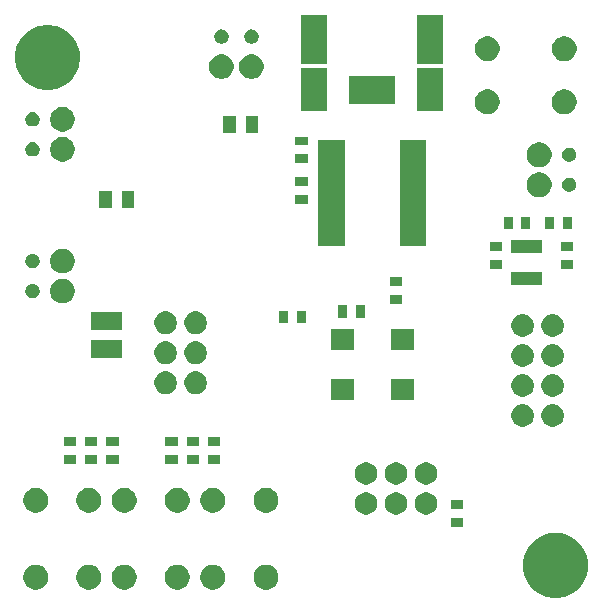
<source format=gts>
G04 #@! TF.GenerationSoftware,KiCad,Pcbnew,(6.0.0-rc1-dev-1168-gacfa13c03)*
G04 #@! TF.CreationDate,2018-12-11T23:00:25+01:00*
G04 #@! TF.ProjectId,wirbelstrombremse_regler,77697262-656c-4737-9472-6f6d6272656d,rev?*
G04 #@! TF.SameCoordinates,Original*
G04 #@! TF.FileFunction,Soldermask,Top*
G04 #@! TF.FilePolarity,Negative*
%FSLAX46Y46*%
G04 Gerber Fmt 4.6, Leading zero omitted, Abs format (unit mm)*
G04 Created by KiCad (PCBNEW (6.0.0-rc1-dev-1168-gacfa13c03)) date 11.12.2018 23:00:25*
%MOMM*%
%LPD*%
G01*
G04 APERTURE LIST*
%ADD10C,0.100000*%
G04 APERTURE END LIST*
D10*
G36*
X157036693Y-113801859D02*
X157302437Y-113854719D01*
X157803087Y-114062095D01*
X158250622Y-114361129D01*
X158253663Y-114363161D01*
X158636839Y-114746337D01*
X158636841Y-114746340D01*
X158937905Y-115196913D01*
X158937905Y-115196914D01*
X159145281Y-115697564D01*
X159251000Y-116229049D01*
X159251000Y-116770951D01*
X159239249Y-116830027D01*
X159145281Y-117302437D01*
X158937905Y-117803087D01*
X158807779Y-117997834D01*
X158636839Y-118253663D01*
X158253663Y-118636839D01*
X158253660Y-118636841D01*
X157803087Y-118937905D01*
X157302437Y-119145281D01*
X157036693Y-119198141D01*
X156770951Y-119251000D01*
X156229049Y-119251000D01*
X155963307Y-119198141D01*
X155697563Y-119145281D01*
X155196913Y-118937905D01*
X154746340Y-118636841D01*
X154746337Y-118636839D01*
X154363161Y-118253663D01*
X154192221Y-117997834D01*
X154062095Y-117803087D01*
X153854719Y-117302437D01*
X153760751Y-116830027D01*
X153749000Y-116770951D01*
X153749000Y-116229049D01*
X153854719Y-115697564D01*
X154062095Y-115196914D01*
X154062095Y-115196913D01*
X154363159Y-114746340D01*
X154363161Y-114746337D01*
X154746337Y-114363161D01*
X154749378Y-114361129D01*
X155196913Y-114062095D01*
X155697563Y-113854719D01*
X155963307Y-113801859D01*
X156229049Y-113749000D01*
X156770951Y-113749000D01*
X157036693Y-113801859D01*
X157036693Y-113801859D01*
G37*
G36*
X132306565Y-116489389D02*
X132497834Y-116568615D01*
X132669976Y-116683637D01*
X132816363Y-116830024D01*
X132931385Y-117002166D01*
X133010611Y-117193435D01*
X133051000Y-117396484D01*
X133051000Y-117603516D01*
X133010611Y-117806565D01*
X132931385Y-117997834D01*
X132816363Y-118169976D01*
X132669976Y-118316363D01*
X132497834Y-118431385D01*
X132306565Y-118510611D01*
X132103516Y-118551000D01*
X131896484Y-118551000D01*
X131693435Y-118510611D01*
X131502166Y-118431385D01*
X131330024Y-118316363D01*
X131183637Y-118169976D01*
X131068615Y-117997834D01*
X130989389Y-117806565D01*
X130949000Y-117603516D01*
X130949000Y-117396484D01*
X130989389Y-117193435D01*
X131068615Y-117002166D01*
X131183637Y-116830024D01*
X131330024Y-116683637D01*
X131502166Y-116568615D01*
X131693435Y-116489389D01*
X131896484Y-116449000D01*
X132103516Y-116449000D01*
X132306565Y-116489389D01*
X132306565Y-116489389D01*
G37*
G36*
X112806565Y-116489389D02*
X112997834Y-116568615D01*
X113169976Y-116683637D01*
X113316363Y-116830024D01*
X113431385Y-117002166D01*
X113510611Y-117193435D01*
X113551000Y-117396484D01*
X113551000Y-117603516D01*
X113510611Y-117806565D01*
X113431385Y-117997834D01*
X113316363Y-118169976D01*
X113169976Y-118316363D01*
X112997834Y-118431385D01*
X112806565Y-118510611D01*
X112603516Y-118551000D01*
X112396484Y-118551000D01*
X112193435Y-118510611D01*
X112002166Y-118431385D01*
X111830024Y-118316363D01*
X111683637Y-118169976D01*
X111568615Y-117997834D01*
X111489389Y-117806565D01*
X111449000Y-117603516D01*
X111449000Y-117396484D01*
X111489389Y-117193435D01*
X111568615Y-117002166D01*
X111683637Y-116830024D01*
X111830024Y-116683637D01*
X112002166Y-116568615D01*
X112193435Y-116489389D01*
X112396484Y-116449000D01*
X112603516Y-116449000D01*
X112806565Y-116489389D01*
X112806565Y-116489389D01*
G37*
G36*
X117306565Y-116489389D02*
X117497834Y-116568615D01*
X117669976Y-116683637D01*
X117816363Y-116830024D01*
X117931385Y-117002166D01*
X118010611Y-117193435D01*
X118051000Y-117396484D01*
X118051000Y-117603516D01*
X118010611Y-117806565D01*
X117931385Y-117997834D01*
X117816363Y-118169976D01*
X117669976Y-118316363D01*
X117497834Y-118431385D01*
X117306565Y-118510611D01*
X117103516Y-118551000D01*
X116896484Y-118551000D01*
X116693435Y-118510611D01*
X116502166Y-118431385D01*
X116330024Y-118316363D01*
X116183637Y-118169976D01*
X116068615Y-117997834D01*
X115989389Y-117806565D01*
X115949000Y-117603516D01*
X115949000Y-117396484D01*
X115989389Y-117193435D01*
X116068615Y-117002166D01*
X116183637Y-116830024D01*
X116330024Y-116683637D01*
X116502166Y-116568615D01*
X116693435Y-116489389D01*
X116896484Y-116449000D01*
X117103516Y-116449000D01*
X117306565Y-116489389D01*
X117306565Y-116489389D01*
G37*
G36*
X124806565Y-116489389D02*
X124997834Y-116568615D01*
X125169976Y-116683637D01*
X125316363Y-116830024D01*
X125431385Y-117002166D01*
X125510611Y-117193435D01*
X125551000Y-117396484D01*
X125551000Y-117603516D01*
X125510611Y-117806565D01*
X125431385Y-117997834D01*
X125316363Y-118169976D01*
X125169976Y-118316363D01*
X124997834Y-118431385D01*
X124806565Y-118510611D01*
X124603516Y-118551000D01*
X124396484Y-118551000D01*
X124193435Y-118510611D01*
X124002166Y-118431385D01*
X123830024Y-118316363D01*
X123683637Y-118169976D01*
X123568615Y-117997834D01*
X123489389Y-117806565D01*
X123449000Y-117603516D01*
X123449000Y-117396484D01*
X123489389Y-117193435D01*
X123568615Y-117002166D01*
X123683637Y-116830024D01*
X123830024Y-116683637D01*
X124002166Y-116568615D01*
X124193435Y-116489389D01*
X124396484Y-116449000D01*
X124603516Y-116449000D01*
X124806565Y-116489389D01*
X124806565Y-116489389D01*
G37*
G36*
X127806565Y-116489389D02*
X127997834Y-116568615D01*
X128169976Y-116683637D01*
X128316363Y-116830024D01*
X128431385Y-117002166D01*
X128510611Y-117193435D01*
X128551000Y-117396484D01*
X128551000Y-117603516D01*
X128510611Y-117806565D01*
X128431385Y-117997834D01*
X128316363Y-118169976D01*
X128169976Y-118316363D01*
X127997834Y-118431385D01*
X127806565Y-118510611D01*
X127603516Y-118551000D01*
X127396484Y-118551000D01*
X127193435Y-118510611D01*
X127002166Y-118431385D01*
X126830024Y-118316363D01*
X126683637Y-118169976D01*
X126568615Y-117997834D01*
X126489389Y-117806565D01*
X126449000Y-117603516D01*
X126449000Y-117396484D01*
X126489389Y-117193435D01*
X126568615Y-117002166D01*
X126683637Y-116830024D01*
X126830024Y-116683637D01*
X127002166Y-116568615D01*
X127193435Y-116489389D01*
X127396484Y-116449000D01*
X127603516Y-116449000D01*
X127806565Y-116489389D01*
X127806565Y-116489389D01*
G37*
G36*
X120306565Y-116489389D02*
X120497834Y-116568615D01*
X120669976Y-116683637D01*
X120816363Y-116830024D01*
X120931385Y-117002166D01*
X121010611Y-117193435D01*
X121051000Y-117396484D01*
X121051000Y-117603516D01*
X121010611Y-117806565D01*
X120931385Y-117997834D01*
X120816363Y-118169976D01*
X120669976Y-118316363D01*
X120497834Y-118431385D01*
X120306565Y-118510611D01*
X120103516Y-118551000D01*
X119896484Y-118551000D01*
X119693435Y-118510611D01*
X119502166Y-118431385D01*
X119330024Y-118316363D01*
X119183637Y-118169976D01*
X119068615Y-117997834D01*
X118989389Y-117806565D01*
X118949000Y-117603516D01*
X118949000Y-117396484D01*
X118989389Y-117193435D01*
X119068615Y-117002166D01*
X119183637Y-116830024D01*
X119330024Y-116683637D01*
X119502166Y-116568615D01*
X119693435Y-116489389D01*
X119896484Y-116449000D01*
X120103516Y-116449000D01*
X120306565Y-116489389D01*
X120306565Y-116489389D01*
G37*
G36*
X148726200Y-113226200D02*
X147673800Y-113226200D01*
X147673800Y-112473800D01*
X148726200Y-112473800D01*
X148726200Y-113226200D01*
X148726200Y-113226200D01*
G37*
G36*
X140737396Y-110355546D02*
X140910466Y-110427234D01*
X141066230Y-110531312D01*
X141198688Y-110663770D01*
X141302766Y-110819534D01*
X141374454Y-110992604D01*
X141411000Y-111176333D01*
X141411000Y-111363667D01*
X141374454Y-111547396D01*
X141302766Y-111720466D01*
X141198688Y-111876230D01*
X141066230Y-112008688D01*
X140910466Y-112112766D01*
X140737396Y-112184454D01*
X140553667Y-112221000D01*
X140366333Y-112221000D01*
X140182604Y-112184454D01*
X140009534Y-112112766D01*
X139853770Y-112008688D01*
X139721312Y-111876230D01*
X139617234Y-111720466D01*
X139545546Y-111547396D01*
X139509000Y-111363667D01*
X139509000Y-111176333D01*
X139545546Y-110992604D01*
X139617234Y-110819534D01*
X139721312Y-110663770D01*
X139853770Y-110531312D01*
X140009534Y-110427234D01*
X140182604Y-110355546D01*
X140366333Y-110319000D01*
X140553667Y-110319000D01*
X140737396Y-110355546D01*
X140737396Y-110355546D01*
G37*
G36*
X143277396Y-110355546D02*
X143450466Y-110427234D01*
X143606230Y-110531312D01*
X143738688Y-110663770D01*
X143842766Y-110819534D01*
X143914454Y-110992604D01*
X143951000Y-111176333D01*
X143951000Y-111363667D01*
X143914454Y-111547396D01*
X143842766Y-111720466D01*
X143738688Y-111876230D01*
X143606230Y-112008688D01*
X143450466Y-112112766D01*
X143277396Y-112184454D01*
X143093667Y-112221000D01*
X142906333Y-112221000D01*
X142722604Y-112184454D01*
X142549534Y-112112766D01*
X142393770Y-112008688D01*
X142261312Y-111876230D01*
X142157234Y-111720466D01*
X142085546Y-111547396D01*
X142049000Y-111363667D01*
X142049000Y-111176333D01*
X142085546Y-110992604D01*
X142157234Y-110819534D01*
X142261312Y-110663770D01*
X142393770Y-110531312D01*
X142549534Y-110427234D01*
X142722604Y-110355546D01*
X142906333Y-110319000D01*
X143093667Y-110319000D01*
X143277396Y-110355546D01*
X143277396Y-110355546D01*
G37*
G36*
X145817396Y-110355546D02*
X145990466Y-110427234D01*
X146146230Y-110531312D01*
X146278688Y-110663770D01*
X146382766Y-110819534D01*
X146454454Y-110992604D01*
X146491000Y-111176333D01*
X146491000Y-111363667D01*
X146454454Y-111547396D01*
X146382766Y-111720466D01*
X146278688Y-111876230D01*
X146146230Y-112008688D01*
X145990466Y-112112766D01*
X145817396Y-112184454D01*
X145633667Y-112221000D01*
X145446333Y-112221000D01*
X145262604Y-112184454D01*
X145089534Y-112112766D01*
X144933770Y-112008688D01*
X144801312Y-111876230D01*
X144697234Y-111720466D01*
X144625546Y-111547396D01*
X144589000Y-111363667D01*
X144589000Y-111176333D01*
X144625546Y-110992604D01*
X144697234Y-110819534D01*
X144801312Y-110663770D01*
X144933770Y-110531312D01*
X145089534Y-110427234D01*
X145262604Y-110355546D01*
X145446333Y-110319000D01*
X145633667Y-110319000D01*
X145817396Y-110355546D01*
X145817396Y-110355546D01*
G37*
G36*
X132306565Y-109989389D02*
X132497834Y-110068615D01*
X132669976Y-110183637D01*
X132816363Y-110330024D01*
X132931385Y-110502166D01*
X133010611Y-110693435D01*
X133051000Y-110896484D01*
X133051000Y-111103516D01*
X133010611Y-111306565D01*
X132931385Y-111497834D01*
X132816363Y-111669976D01*
X132669976Y-111816363D01*
X132497834Y-111931385D01*
X132306565Y-112010611D01*
X132103516Y-112051000D01*
X131896484Y-112051000D01*
X131693435Y-112010611D01*
X131502166Y-111931385D01*
X131330024Y-111816363D01*
X131183637Y-111669976D01*
X131068615Y-111497834D01*
X130989389Y-111306565D01*
X130949000Y-111103516D01*
X130949000Y-110896484D01*
X130989389Y-110693435D01*
X131068615Y-110502166D01*
X131183637Y-110330024D01*
X131330024Y-110183637D01*
X131502166Y-110068615D01*
X131693435Y-109989389D01*
X131896484Y-109949000D01*
X132103516Y-109949000D01*
X132306565Y-109989389D01*
X132306565Y-109989389D01*
G37*
G36*
X127806565Y-109989389D02*
X127997834Y-110068615D01*
X128169976Y-110183637D01*
X128316363Y-110330024D01*
X128431385Y-110502166D01*
X128510611Y-110693435D01*
X128551000Y-110896484D01*
X128551000Y-111103516D01*
X128510611Y-111306565D01*
X128431385Y-111497834D01*
X128316363Y-111669976D01*
X128169976Y-111816363D01*
X127997834Y-111931385D01*
X127806565Y-112010611D01*
X127603516Y-112051000D01*
X127396484Y-112051000D01*
X127193435Y-112010611D01*
X127002166Y-111931385D01*
X126830024Y-111816363D01*
X126683637Y-111669976D01*
X126568615Y-111497834D01*
X126489389Y-111306565D01*
X126449000Y-111103516D01*
X126449000Y-110896484D01*
X126489389Y-110693435D01*
X126568615Y-110502166D01*
X126683637Y-110330024D01*
X126830024Y-110183637D01*
X127002166Y-110068615D01*
X127193435Y-109989389D01*
X127396484Y-109949000D01*
X127603516Y-109949000D01*
X127806565Y-109989389D01*
X127806565Y-109989389D01*
G37*
G36*
X124806565Y-109989389D02*
X124997834Y-110068615D01*
X125169976Y-110183637D01*
X125316363Y-110330024D01*
X125431385Y-110502166D01*
X125510611Y-110693435D01*
X125551000Y-110896484D01*
X125551000Y-111103516D01*
X125510611Y-111306565D01*
X125431385Y-111497834D01*
X125316363Y-111669976D01*
X125169976Y-111816363D01*
X124997834Y-111931385D01*
X124806565Y-112010611D01*
X124603516Y-112051000D01*
X124396484Y-112051000D01*
X124193435Y-112010611D01*
X124002166Y-111931385D01*
X123830024Y-111816363D01*
X123683637Y-111669976D01*
X123568615Y-111497834D01*
X123489389Y-111306565D01*
X123449000Y-111103516D01*
X123449000Y-110896484D01*
X123489389Y-110693435D01*
X123568615Y-110502166D01*
X123683637Y-110330024D01*
X123830024Y-110183637D01*
X124002166Y-110068615D01*
X124193435Y-109989389D01*
X124396484Y-109949000D01*
X124603516Y-109949000D01*
X124806565Y-109989389D01*
X124806565Y-109989389D01*
G37*
G36*
X120306565Y-109989389D02*
X120497834Y-110068615D01*
X120669976Y-110183637D01*
X120816363Y-110330024D01*
X120931385Y-110502166D01*
X121010611Y-110693435D01*
X121051000Y-110896484D01*
X121051000Y-111103516D01*
X121010611Y-111306565D01*
X120931385Y-111497834D01*
X120816363Y-111669976D01*
X120669976Y-111816363D01*
X120497834Y-111931385D01*
X120306565Y-112010611D01*
X120103516Y-112051000D01*
X119896484Y-112051000D01*
X119693435Y-112010611D01*
X119502166Y-111931385D01*
X119330024Y-111816363D01*
X119183637Y-111669976D01*
X119068615Y-111497834D01*
X118989389Y-111306565D01*
X118949000Y-111103516D01*
X118949000Y-110896484D01*
X118989389Y-110693435D01*
X119068615Y-110502166D01*
X119183637Y-110330024D01*
X119330024Y-110183637D01*
X119502166Y-110068615D01*
X119693435Y-109989389D01*
X119896484Y-109949000D01*
X120103516Y-109949000D01*
X120306565Y-109989389D01*
X120306565Y-109989389D01*
G37*
G36*
X112806565Y-109989389D02*
X112997834Y-110068615D01*
X113169976Y-110183637D01*
X113316363Y-110330024D01*
X113431385Y-110502166D01*
X113510611Y-110693435D01*
X113551000Y-110896484D01*
X113551000Y-111103516D01*
X113510611Y-111306565D01*
X113431385Y-111497834D01*
X113316363Y-111669976D01*
X113169976Y-111816363D01*
X112997834Y-111931385D01*
X112806565Y-112010611D01*
X112603516Y-112051000D01*
X112396484Y-112051000D01*
X112193435Y-112010611D01*
X112002166Y-111931385D01*
X111830024Y-111816363D01*
X111683637Y-111669976D01*
X111568615Y-111497834D01*
X111489389Y-111306565D01*
X111449000Y-111103516D01*
X111449000Y-110896484D01*
X111489389Y-110693435D01*
X111568615Y-110502166D01*
X111683637Y-110330024D01*
X111830024Y-110183637D01*
X112002166Y-110068615D01*
X112193435Y-109989389D01*
X112396484Y-109949000D01*
X112603516Y-109949000D01*
X112806565Y-109989389D01*
X112806565Y-109989389D01*
G37*
G36*
X117306565Y-109989389D02*
X117497834Y-110068615D01*
X117669976Y-110183637D01*
X117816363Y-110330024D01*
X117931385Y-110502166D01*
X118010611Y-110693435D01*
X118051000Y-110896484D01*
X118051000Y-111103516D01*
X118010611Y-111306565D01*
X117931385Y-111497834D01*
X117816363Y-111669976D01*
X117669976Y-111816363D01*
X117497834Y-111931385D01*
X117306565Y-112010611D01*
X117103516Y-112051000D01*
X116896484Y-112051000D01*
X116693435Y-112010611D01*
X116502166Y-111931385D01*
X116330024Y-111816363D01*
X116183637Y-111669976D01*
X116068615Y-111497834D01*
X115989389Y-111306565D01*
X115949000Y-111103516D01*
X115949000Y-110896484D01*
X115989389Y-110693435D01*
X116068615Y-110502166D01*
X116183637Y-110330024D01*
X116330024Y-110183637D01*
X116502166Y-110068615D01*
X116693435Y-109989389D01*
X116896484Y-109949000D01*
X117103516Y-109949000D01*
X117306565Y-109989389D01*
X117306565Y-109989389D01*
G37*
G36*
X148726200Y-111726200D02*
X147673800Y-111726200D01*
X147673800Y-110973800D01*
X148726200Y-110973800D01*
X148726200Y-111726200D01*
X148726200Y-111726200D01*
G37*
G36*
X145817396Y-107815546D02*
X145990466Y-107887234D01*
X146146230Y-107991312D01*
X146278688Y-108123770D01*
X146382766Y-108279534D01*
X146454454Y-108452604D01*
X146491000Y-108636333D01*
X146491000Y-108823667D01*
X146454454Y-109007396D01*
X146382766Y-109180466D01*
X146278688Y-109336230D01*
X146146230Y-109468688D01*
X145990466Y-109572766D01*
X145817396Y-109644454D01*
X145633667Y-109681000D01*
X145446333Y-109681000D01*
X145262604Y-109644454D01*
X145089534Y-109572766D01*
X144933770Y-109468688D01*
X144801312Y-109336230D01*
X144697234Y-109180466D01*
X144625546Y-109007396D01*
X144589000Y-108823667D01*
X144589000Y-108636333D01*
X144625546Y-108452604D01*
X144697234Y-108279534D01*
X144801312Y-108123770D01*
X144933770Y-107991312D01*
X145089534Y-107887234D01*
X145262604Y-107815546D01*
X145446333Y-107779000D01*
X145633667Y-107779000D01*
X145817396Y-107815546D01*
X145817396Y-107815546D01*
G37*
G36*
X143277396Y-107815546D02*
X143450466Y-107887234D01*
X143606230Y-107991312D01*
X143738688Y-108123770D01*
X143842766Y-108279534D01*
X143914454Y-108452604D01*
X143951000Y-108636333D01*
X143951000Y-108823667D01*
X143914454Y-109007396D01*
X143842766Y-109180466D01*
X143738688Y-109336230D01*
X143606230Y-109468688D01*
X143450466Y-109572766D01*
X143277396Y-109644454D01*
X143093667Y-109681000D01*
X142906333Y-109681000D01*
X142722604Y-109644454D01*
X142549534Y-109572766D01*
X142393770Y-109468688D01*
X142261312Y-109336230D01*
X142157234Y-109180466D01*
X142085546Y-109007396D01*
X142049000Y-108823667D01*
X142049000Y-108636333D01*
X142085546Y-108452604D01*
X142157234Y-108279534D01*
X142261312Y-108123770D01*
X142393770Y-107991312D01*
X142549534Y-107887234D01*
X142722604Y-107815546D01*
X142906333Y-107779000D01*
X143093667Y-107779000D01*
X143277396Y-107815546D01*
X143277396Y-107815546D01*
G37*
G36*
X140737396Y-107815546D02*
X140910466Y-107887234D01*
X141066230Y-107991312D01*
X141198688Y-108123770D01*
X141302766Y-108279534D01*
X141374454Y-108452604D01*
X141411000Y-108636333D01*
X141411000Y-108823667D01*
X141374454Y-109007396D01*
X141302766Y-109180466D01*
X141198688Y-109336230D01*
X141066230Y-109468688D01*
X140910466Y-109572766D01*
X140737396Y-109644454D01*
X140553667Y-109681000D01*
X140366333Y-109681000D01*
X140182604Y-109644454D01*
X140009534Y-109572766D01*
X139853770Y-109468688D01*
X139721312Y-109336230D01*
X139617234Y-109180466D01*
X139545546Y-109007396D01*
X139509000Y-108823667D01*
X139509000Y-108636333D01*
X139545546Y-108452604D01*
X139617234Y-108279534D01*
X139721312Y-108123770D01*
X139853770Y-107991312D01*
X140009534Y-107887234D01*
X140182604Y-107815546D01*
X140366333Y-107779000D01*
X140553667Y-107779000D01*
X140737396Y-107815546D01*
X140737396Y-107815546D01*
G37*
G36*
X126326200Y-107926200D02*
X125273800Y-107926200D01*
X125273800Y-107173800D01*
X126326200Y-107173800D01*
X126326200Y-107926200D01*
X126326200Y-107926200D01*
G37*
G36*
X128126200Y-107926200D02*
X127073800Y-107926200D01*
X127073800Y-107173800D01*
X128126200Y-107173800D01*
X128126200Y-107926200D01*
X128126200Y-107926200D01*
G37*
G36*
X115926200Y-107926200D02*
X114873800Y-107926200D01*
X114873800Y-107173800D01*
X115926200Y-107173800D01*
X115926200Y-107926200D01*
X115926200Y-107926200D01*
G37*
G36*
X124526200Y-107926200D02*
X123473800Y-107926200D01*
X123473800Y-107173800D01*
X124526200Y-107173800D01*
X124526200Y-107926200D01*
X124526200Y-107926200D01*
G37*
G36*
X119526200Y-107926200D02*
X118473800Y-107926200D01*
X118473800Y-107173800D01*
X119526200Y-107173800D01*
X119526200Y-107926200D01*
X119526200Y-107926200D01*
G37*
G36*
X117726200Y-107926200D02*
X116673800Y-107926200D01*
X116673800Y-107173800D01*
X117726200Y-107173800D01*
X117726200Y-107926200D01*
X117726200Y-107926200D01*
G37*
G36*
X128126200Y-106426200D02*
X127073800Y-106426200D01*
X127073800Y-105673800D01*
X128126200Y-105673800D01*
X128126200Y-106426200D01*
X128126200Y-106426200D01*
G37*
G36*
X124526200Y-106426200D02*
X123473800Y-106426200D01*
X123473800Y-105673800D01*
X124526200Y-105673800D01*
X124526200Y-106426200D01*
X124526200Y-106426200D01*
G37*
G36*
X117726200Y-106426200D02*
X116673800Y-106426200D01*
X116673800Y-105673800D01*
X117726200Y-105673800D01*
X117726200Y-106426200D01*
X117726200Y-106426200D01*
G37*
G36*
X126326200Y-106426200D02*
X125273800Y-106426200D01*
X125273800Y-105673800D01*
X126326200Y-105673800D01*
X126326200Y-106426200D01*
X126326200Y-106426200D01*
G37*
G36*
X119526200Y-106426200D02*
X118473800Y-106426200D01*
X118473800Y-105673800D01*
X119526200Y-105673800D01*
X119526200Y-106426200D01*
X119526200Y-106426200D01*
G37*
G36*
X115926200Y-106426200D02*
X114873800Y-106426200D01*
X114873800Y-105673800D01*
X115926200Y-105673800D01*
X115926200Y-106426200D01*
X115926200Y-106426200D01*
G37*
G36*
X154007396Y-102895546D02*
X154180466Y-102967234D01*
X154336230Y-103071312D01*
X154468688Y-103203770D01*
X154572766Y-103359534D01*
X154644454Y-103532604D01*
X154681000Y-103716333D01*
X154681000Y-103903667D01*
X154644454Y-104087396D01*
X154572766Y-104260466D01*
X154468688Y-104416230D01*
X154336230Y-104548688D01*
X154180466Y-104652766D01*
X154007396Y-104724454D01*
X153823667Y-104761000D01*
X153636333Y-104761000D01*
X153452604Y-104724454D01*
X153279534Y-104652766D01*
X153123770Y-104548688D01*
X152991312Y-104416230D01*
X152887234Y-104260466D01*
X152815546Y-104087396D01*
X152779000Y-103903667D01*
X152779000Y-103716333D01*
X152815546Y-103532604D01*
X152887234Y-103359534D01*
X152991312Y-103203770D01*
X153123770Y-103071312D01*
X153279534Y-102967234D01*
X153452604Y-102895546D01*
X153636333Y-102859000D01*
X153823667Y-102859000D01*
X154007396Y-102895546D01*
X154007396Y-102895546D01*
G37*
G36*
X156547396Y-102895546D02*
X156720466Y-102967234D01*
X156876230Y-103071312D01*
X157008688Y-103203770D01*
X157112766Y-103359534D01*
X157184454Y-103532604D01*
X157221000Y-103716333D01*
X157221000Y-103903667D01*
X157184454Y-104087396D01*
X157112766Y-104260466D01*
X157008688Y-104416230D01*
X156876230Y-104548688D01*
X156720466Y-104652766D01*
X156547396Y-104724454D01*
X156363667Y-104761000D01*
X156176333Y-104761000D01*
X155992604Y-104724454D01*
X155819534Y-104652766D01*
X155663770Y-104548688D01*
X155531312Y-104416230D01*
X155427234Y-104260466D01*
X155355546Y-104087396D01*
X155319000Y-103903667D01*
X155319000Y-103716333D01*
X155355546Y-103532604D01*
X155427234Y-103359534D01*
X155531312Y-103203770D01*
X155663770Y-103071312D01*
X155819534Y-102967234D01*
X155992604Y-102895546D01*
X156176333Y-102859000D01*
X156363667Y-102859000D01*
X156547396Y-102895546D01*
X156547396Y-102895546D01*
G37*
G36*
X139436200Y-102476200D02*
X137483800Y-102476200D01*
X137483800Y-100723800D01*
X139436200Y-100723800D01*
X139436200Y-102476200D01*
X139436200Y-102476200D01*
G37*
G36*
X144516200Y-102476200D02*
X142563800Y-102476200D01*
X142563800Y-100723800D01*
X144516200Y-100723800D01*
X144516200Y-102476200D01*
X144516200Y-102476200D01*
G37*
G36*
X156547396Y-100355546D02*
X156720466Y-100427234D01*
X156876230Y-100531312D01*
X157008688Y-100663770D01*
X157112766Y-100819534D01*
X157184454Y-100992604D01*
X157221000Y-101176333D01*
X157221000Y-101363667D01*
X157184454Y-101547396D01*
X157112766Y-101720466D01*
X157008688Y-101876230D01*
X156876230Y-102008688D01*
X156720466Y-102112766D01*
X156547396Y-102184454D01*
X156363667Y-102221000D01*
X156176333Y-102221000D01*
X155992604Y-102184454D01*
X155819534Y-102112766D01*
X155663770Y-102008688D01*
X155531312Y-101876230D01*
X155427234Y-101720466D01*
X155355546Y-101547396D01*
X155319000Y-101363667D01*
X155319000Y-101176333D01*
X155355546Y-100992604D01*
X155427234Y-100819534D01*
X155531312Y-100663770D01*
X155663770Y-100531312D01*
X155819534Y-100427234D01*
X155992604Y-100355546D01*
X156176333Y-100319000D01*
X156363667Y-100319000D01*
X156547396Y-100355546D01*
X156547396Y-100355546D01*
G37*
G36*
X154007396Y-100355546D02*
X154180466Y-100427234D01*
X154336230Y-100531312D01*
X154468688Y-100663770D01*
X154572766Y-100819534D01*
X154644454Y-100992604D01*
X154681000Y-101176333D01*
X154681000Y-101363667D01*
X154644454Y-101547396D01*
X154572766Y-101720466D01*
X154468688Y-101876230D01*
X154336230Y-102008688D01*
X154180466Y-102112766D01*
X154007396Y-102184454D01*
X153823667Y-102221000D01*
X153636333Y-102221000D01*
X153452604Y-102184454D01*
X153279534Y-102112766D01*
X153123770Y-102008688D01*
X152991312Y-101876230D01*
X152887234Y-101720466D01*
X152815546Y-101547396D01*
X152779000Y-101363667D01*
X152779000Y-101176333D01*
X152815546Y-100992604D01*
X152887234Y-100819534D01*
X152991312Y-100663770D01*
X153123770Y-100531312D01*
X153279534Y-100427234D01*
X153452604Y-100355546D01*
X153636333Y-100319000D01*
X153823667Y-100319000D01*
X154007396Y-100355546D01*
X154007396Y-100355546D01*
G37*
G36*
X123777396Y-100125546D02*
X123950466Y-100197234D01*
X124106230Y-100301312D01*
X124238688Y-100433770D01*
X124342766Y-100589534D01*
X124414454Y-100762604D01*
X124451000Y-100946333D01*
X124451000Y-101133667D01*
X124414454Y-101317396D01*
X124342766Y-101490466D01*
X124238688Y-101646230D01*
X124106230Y-101778688D01*
X123950466Y-101882766D01*
X123777396Y-101954454D01*
X123593667Y-101991000D01*
X123406333Y-101991000D01*
X123222604Y-101954454D01*
X123049534Y-101882766D01*
X122893770Y-101778688D01*
X122761312Y-101646230D01*
X122657234Y-101490466D01*
X122585546Y-101317396D01*
X122549000Y-101133667D01*
X122549000Y-100946333D01*
X122585546Y-100762604D01*
X122657234Y-100589534D01*
X122761312Y-100433770D01*
X122893770Y-100301312D01*
X123049534Y-100197234D01*
X123222604Y-100125546D01*
X123406333Y-100089000D01*
X123593667Y-100089000D01*
X123777396Y-100125546D01*
X123777396Y-100125546D01*
G37*
G36*
X126317396Y-100125546D02*
X126490466Y-100197234D01*
X126646230Y-100301312D01*
X126778688Y-100433770D01*
X126882766Y-100589534D01*
X126954454Y-100762604D01*
X126991000Y-100946333D01*
X126991000Y-101133667D01*
X126954454Y-101317396D01*
X126882766Y-101490466D01*
X126778688Y-101646230D01*
X126646230Y-101778688D01*
X126490466Y-101882766D01*
X126317396Y-101954454D01*
X126133667Y-101991000D01*
X125946333Y-101991000D01*
X125762604Y-101954454D01*
X125589534Y-101882766D01*
X125433770Y-101778688D01*
X125301312Y-101646230D01*
X125197234Y-101490466D01*
X125125546Y-101317396D01*
X125089000Y-101133667D01*
X125089000Y-100946333D01*
X125125546Y-100762604D01*
X125197234Y-100589534D01*
X125301312Y-100433770D01*
X125433770Y-100301312D01*
X125589534Y-100197234D01*
X125762604Y-100125546D01*
X125946333Y-100089000D01*
X126133667Y-100089000D01*
X126317396Y-100125546D01*
X126317396Y-100125546D01*
G37*
G36*
X154007396Y-97815546D02*
X154180466Y-97887234D01*
X154336230Y-97991312D01*
X154468688Y-98123770D01*
X154572766Y-98279534D01*
X154644454Y-98452604D01*
X154681000Y-98636333D01*
X154681000Y-98823667D01*
X154644454Y-99007396D01*
X154572766Y-99180466D01*
X154468688Y-99336230D01*
X154336230Y-99468688D01*
X154180466Y-99572766D01*
X154007396Y-99644454D01*
X153823667Y-99681000D01*
X153636333Y-99681000D01*
X153452604Y-99644454D01*
X153279534Y-99572766D01*
X153123770Y-99468688D01*
X152991312Y-99336230D01*
X152887234Y-99180466D01*
X152815546Y-99007396D01*
X152779000Y-98823667D01*
X152779000Y-98636333D01*
X152815546Y-98452604D01*
X152887234Y-98279534D01*
X152991312Y-98123770D01*
X153123770Y-97991312D01*
X153279534Y-97887234D01*
X153452604Y-97815546D01*
X153636333Y-97779000D01*
X153823667Y-97779000D01*
X154007396Y-97815546D01*
X154007396Y-97815546D01*
G37*
G36*
X156547396Y-97815546D02*
X156720466Y-97887234D01*
X156876230Y-97991312D01*
X157008688Y-98123770D01*
X157112766Y-98279534D01*
X157184454Y-98452604D01*
X157221000Y-98636333D01*
X157221000Y-98823667D01*
X157184454Y-99007396D01*
X157112766Y-99180466D01*
X157008688Y-99336230D01*
X156876230Y-99468688D01*
X156720466Y-99572766D01*
X156547396Y-99644454D01*
X156363667Y-99681000D01*
X156176333Y-99681000D01*
X155992604Y-99644454D01*
X155819534Y-99572766D01*
X155663770Y-99468688D01*
X155531312Y-99336230D01*
X155427234Y-99180466D01*
X155355546Y-99007396D01*
X155319000Y-98823667D01*
X155319000Y-98636333D01*
X155355546Y-98452604D01*
X155427234Y-98279534D01*
X155531312Y-98123770D01*
X155663770Y-97991312D01*
X155819534Y-97887234D01*
X155992604Y-97815546D01*
X156176333Y-97779000D01*
X156363667Y-97779000D01*
X156547396Y-97815546D01*
X156547396Y-97815546D01*
G37*
G36*
X123777396Y-97585546D02*
X123950466Y-97657234D01*
X124106230Y-97761312D01*
X124238688Y-97893770D01*
X124342766Y-98049534D01*
X124414454Y-98222604D01*
X124451000Y-98406333D01*
X124451000Y-98593667D01*
X124414454Y-98777396D01*
X124342766Y-98950466D01*
X124238688Y-99106230D01*
X124106230Y-99238688D01*
X123950466Y-99342766D01*
X123777396Y-99414454D01*
X123593667Y-99451000D01*
X123406333Y-99451000D01*
X123222604Y-99414454D01*
X123049534Y-99342766D01*
X122893770Y-99238688D01*
X122761312Y-99106230D01*
X122657234Y-98950466D01*
X122585546Y-98777396D01*
X122549000Y-98593667D01*
X122549000Y-98406333D01*
X122585546Y-98222604D01*
X122657234Y-98049534D01*
X122761312Y-97893770D01*
X122893770Y-97761312D01*
X123049534Y-97657234D01*
X123222604Y-97585546D01*
X123406333Y-97549000D01*
X123593667Y-97549000D01*
X123777396Y-97585546D01*
X123777396Y-97585546D01*
G37*
G36*
X126317396Y-97585546D02*
X126490466Y-97657234D01*
X126646230Y-97761312D01*
X126778688Y-97893770D01*
X126882766Y-98049534D01*
X126954454Y-98222604D01*
X126991000Y-98406333D01*
X126991000Y-98593667D01*
X126954454Y-98777396D01*
X126882766Y-98950466D01*
X126778688Y-99106230D01*
X126646230Y-99238688D01*
X126490466Y-99342766D01*
X126317396Y-99414454D01*
X126133667Y-99451000D01*
X125946333Y-99451000D01*
X125762604Y-99414454D01*
X125589534Y-99342766D01*
X125433770Y-99238688D01*
X125301312Y-99106230D01*
X125197234Y-98950466D01*
X125125546Y-98777396D01*
X125089000Y-98593667D01*
X125089000Y-98406333D01*
X125125546Y-98222604D01*
X125197234Y-98049534D01*
X125301312Y-97893770D01*
X125433770Y-97761312D01*
X125589534Y-97657234D01*
X125762604Y-97585546D01*
X125946333Y-97549000D01*
X126133667Y-97549000D01*
X126317396Y-97585546D01*
X126317396Y-97585546D01*
G37*
G36*
X119826200Y-98976200D02*
X117173800Y-98976200D01*
X117173800Y-97423800D01*
X119826200Y-97423800D01*
X119826200Y-98976200D01*
X119826200Y-98976200D01*
G37*
G36*
X144516200Y-98276200D02*
X142563800Y-98276200D01*
X142563800Y-96523800D01*
X144516200Y-96523800D01*
X144516200Y-98276200D01*
X144516200Y-98276200D01*
G37*
G36*
X139436200Y-98276200D02*
X137483800Y-98276200D01*
X137483800Y-96523800D01*
X139436200Y-96523800D01*
X139436200Y-98276200D01*
X139436200Y-98276200D01*
G37*
G36*
X154007396Y-95275546D02*
X154180466Y-95347234D01*
X154336230Y-95451312D01*
X154468688Y-95583770D01*
X154572766Y-95739534D01*
X154644454Y-95912604D01*
X154681000Y-96096333D01*
X154681000Y-96283667D01*
X154644454Y-96467396D01*
X154572766Y-96640466D01*
X154468688Y-96796230D01*
X154336230Y-96928688D01*
X154180466Y-97032766D01*
X154007396Y-97104454D01*
X153823667Y-97141000D01*
X153636333Y-97141000D01*
X153452604Y-97104454D01*
X153279534Y-97032766D01*
X153123770Y-96928688D01*
X152991312Y-96796230D01*
X152887234Y-96640466D01*
X152815546Y-96467396D01*
X152779000Y-96283667D01*
X152779000Y-96096333D01*
X152815546Y-95912604D01*
X152887234Y-95739534D01*
X152991312Y-95583770D01*
X153123770Y-95451312D01*
X153279534Y-95347234D01*
X153452604Y-95275546D01*
X153636333Y-95239000D01*
X153823667Y-95239000D01*
X154007396Y-95275546D01*
X154007396Y-95275546D01*
G37*
G36*
X156547396Y-95275546D02*
X156720466Y-95347234D01*
X156876230Y-95451312D01*
X157008688Y-95583770D01*
X157112766Y-95739534D01*
X157184454Y-95912604D01*
X157221000Y-96096333D01*
X157221000Y-96283667D01*
X157184454Y-96467396D01*
X157112766Y-96640466D01*
X157008688Y-96796230D01*
X156876230Y-96928688D01*
X156720466Y-97032766D01*
X156547396Y-97104454D01*
X156363667Y-97141000D01*
X156176333Y-97141000D01*
X155992604Y-97104454D01*
X155819534Y-97032766D01*
X155663770Y-96928688D01*
X155531312Y-96796230D01*
X155427234Y-96640466D01*
X155355546Y-96467396D01*
X155319000Y-96283667D01*
X155319000Y-96096333D01*
X155355546Y-95912604D01*
X155427234Y-95739534D01*
X155531312Y-95583770D01*
X155663770Y-95451312D01*
X155819534Y-95347234D01*
X155992604Y-95275546D01*
X156176333Y-95239000D01*
X156363667Y-95239000D01*
X156547396Y-95275546D01*
X156547396Y-95275546D01*
G37*
G36*
X126317396Y-95045546D02*
X126490466Y-95117234D01*
X126646230Y-95221312D01*
X126778688Y-95353770D01*
X126882766Y-95509534D01*
X126954454Y-95682604D01*
X126991000Y-95866333D01*
X126991000Y-96053667D01*
X126954454Y-96237396D01*
X126882766Y-96410466D01*
X126778688Y-96566230D01*
X126646230Y-96698688D01*
X126490466Y-96802766D01*
X126317396Y-96874454D01*
X126133667Y-96911000D01*
X125946333Y-96911000D01*
X125762604Y-96874454D01*
X125589534Y-96802766D01*
X125433770Y-96698688D01*
X125301312Y-96566230D01*
X125197234Y-96410466D01*
X125125546Y-96237396D01*
X125089000Y-96053667D01*
X125089000Y-95866333D01*
X125125546Y-95682604D01*
X125197234Y-95509534D01*
X125301312Y-95353770D01*
X125433770Y-95221312D01*
X125589534Y-95117234D01*
X125762604Y-95045546D01*
X125946333Y-95009000D01*
X126133667Y-95009000D01*
X126317396Y-95045546D01*
X126317396Y-95045546D01*
G37*
G36*
X123777396Y-95045546D02*
X123950466Y-95117234D01*
X124106230Y-95221312D01*
X124238688Y-95353770D01*
X124342766Y-95509534D01*
X124414454Y-95682604D01*
X124451000Y-95866333D01*
X124451000Y-96053667D01*
X124414454Y-96237396D01*
X124342766Y-96410466D01*
X124238688Y-96566230D01*
X124106230Y-96698688D01*
X123950466Y-96802766D01*
X123777396Y-96874454D01*
X123593667Y-96911000D01*
X123406333Y-96911000D01*
X123222604Y-96874454D01*
X123049534Y-96802766D01*
X122893770Y-96698688D01*
X122761312Y-96566230D01*
X122657234Y-96410466D01*
X122585546Y-96237396D01*
X122549000Y-96053667D01*
X122549000Y-95866333D01*
X122585546Y-95682604D01*
X122657234Y-95509534D01*
X122761312Y-95353770D01*
X122893770Y-95221312D01*
X123049534Y-95117234D01*
X123222604Y-95045546D01*
X123406333Y-95009000D01*
X123593667Y-95009000D01*
X123777396Y-95045546D01*
X123777396Y-95045546D01*
G37*
G36*
X119826200Y-96576200D02*
X117173800Y-96576200D01*
X117173800Y-95023800D01*
X119826200Y-95023800D01*
X119826200Y-96576200D01*
X119826200Y-96576200D01*
G37*
G36*
X135376200Y-96026200D02*
X134623800Y-96026200D01*
X134623800Y-94973800D01*
X135376200Y-94973800D01*
X135376200Y-96026200D01*
X135376200Y-96026200D01*
G37*
G36*
X133876200Y-96026200D02*
X133123800Y-96026200D01*
X133123800Y-94973800D01*
X133876200Y-94973800D01*
X133876200Y-96026200D01*
X133876200Y-96026200D01*
G37*
G36*
X138876200Y-95526200D02*
X138123800Y-95526200D01*
X138123800Y-94473800D01*
X138876200Y-94473800D01*
X138876200Y-95526200D01*
X138876200Y-95526200D01*
G37*
G36*
X140376200Y-95526200D02*
X139623800Y-95526200D01*
X139623800Y-94473800D01*
X140376200Y-94473800D01*
X140376200Y-95526200D01*
X140376200Y-95526200D01*
G37*
G36*
X143526200Y-94376200D02*
X142473800Y-94376200D01*
X142473800Y-93623800D01*
X143526200Y-93623800D01*
X143526200Y-94376200D01*
X143526200Y-94376200D01*
G37*
G36*
X115076565Y-92259389D02*
X115267834Y-92338615D01*
X115439976Y-92453637D01*
X115586363Y-92600024D01*
X115701385Y-92772166D01*
X115780611Y-92963435D01*
X115821000Y-93166484D01*
X115821000Y-93373516D01*
X115780611Y-93576565D01*
X115701385Y-93767834D01*
X115586363Y-93939976D01*
X115439976Y-94086363D01*
X115267834Y-94201385D01*
X115076565Y-94280611D01*
X114873516Y-94321000D01*
X114666484Y-94321000D01*
X114463435Y-94280611D01*
X114272166Y-94201385D01*
X114100024Y-94086363D01*
X113953637Y-93939976D01*
X113838615Y-93767834D01*
X113759389Y-93576565D01*
X113719000Y-93373516D01*
X113719000Y-93166484D01*
X113759389Y-92963435D01*
X113838615Y-92772166D01*
X113953637Y-92600024D01*
X114100024Y-92453637D01*
X114272166Y-92338615D01*
X114463435Y-92259389D01*
X114666484Y-92219000D01*
X114873516Y-92219000D01*
X115076565Y-92259389D01*
X115076565Y-92259389D01*
G37*
G36*
X112405305Y-92692096D02*
X112514680Y-92737400D01*
X112613118Y-92803175D01*
X112696825Y-92886882D01*
X112762600Y-92985320D01*
X112807904Y-93094695D01*
X112831000Y-93210806D01*
X112831000Y-93329194D01*
X112807904Y-93445305D01*
X112762600Y-93554680D01*
X112696825Y-93653118D01*
X112613118Y-93736825D01*
X112514680Y-93802600D01*
X112405305Y-93847904D01*
X112289194Y-93871000D01*
X112170806Y-93871000D01*
X112054695Y-93847904D01*
X111945320Y-93802600D01*
X111846882Y-93736825D01*
X111763175Y-93653118D01*
X111697400Y-93554680D01*
X111652096Y-93445305D01*
X111629000Y-93329194D01*
X111629000Y-93210806D01*
X111652096Y-93094695D01*
X111697400Y-92985320D01*
X111763175Y-92886882D01*
X111846882Y-92803175D01*
X111945320Y-92737400D01*
X112054695Y-92692096D01*
X112170806Y-92669000D01*
X112289194Y-92669000D01*
X112405305Y-92692096D01*
X112405305Y-92692096D01*
G37*
G36*
X143526200Y-92876200D02*
X142473800Y-92876200D01*
X142473800Y-92123800D01*
X143526200Y-92123800D01*
X143526200Y-92876200D01*
X143526200Y-92876200D01*
G37*
G36*
X155351200Y-92776200D02*
X152748800Y-92776200D01*
X152748800Y-91623800D01*
X155351200Y-91623800D01*
X155351200Y-92776200D01*
X155351200Y-92776200D01*
G37*
G36*
X115076565Y-89719389D02*
X115267834Y-89798615D01*
X115439976Y-89913637D01*
X115586363Y-90060024D01*
X115701385Y-90232166D01*
X115780611Y-90423435D01*
X115821000Y-90626484D01*
X115821000Y-90833516D01*
X115780611Y-91036565D01*
X115701385Y-91227834D01*
X115586363Y-91399976D01*
X115439976Y-91546363D01*
X115267834Y-91661385D01*
X115076565Y-91740611D01*
X114873516Y-91781000D01*
X114666484Y-91781000D01*
X114463435Y-91740611D01*
X114272166Y-91661385D01*
X114100024Y-91546363D01*
X113953637Y-91399976D01*
X113838615Y-91227834D01*
X113759389Y-91036565D01*
X113719000Y-90833516D01*
X113719000Y-90626484D01*
X113759389Y-90423435D01*
X113838615Y-90232166D01*
X113953637Y-90060024D01*
X114100024Y-89913637D01*
X114272166Y-89798615D01*
X114463435Y-89719389D01*
X114666484Y-89679000D01*
X114873516Y-89679000D01*
X115076565Y-89719389D01*
X115076565Y-89719389D01*
G37*
G36*
X152026200Y-91376200D02*
X150973800Y-91376200D01*
X150973800Y-90623800D01*
X152026200Y-90623800D01*
X152026200Y-91376200D01*
X152026200Y-91376200D01*
G37*
G36*
X158026200Y-91376200D02*
X156973800Y-91376200D01*
X156973800Y-90623800D01*
X158026200Y-90623800D01*
X158026200Y-91376200D01*
X158026200Y-91376200D01*
G37*
G36*
X112405305Y-90152096D02*
X112514680Y-90197400D01*
X112613118Y-90263175D01*
X112696825Y-90346882D01*
X112762600Y-90445320D01*
X112807904Y-90554695D01*
X112831000Y-90670806D01*
X112831000Y-90789194D01*
X112807904Y-90905305D01*
X112762600Y-91014680D01*
X112696825Y-91113118D01*
X112613118Y-91196825D01*
X112514680Y-91262600D01*
X112405305Y-91307904D01*
X112289194Y-91331000D01*
X112170806Y-91331000D01*
X112054695Y-91307904D01*
X111945320Y-91262600D01*
X111846882Y-91196825D01*
X111763175Y-91113118D01*
X111697400Y-91014680D01*
X111652096Y-90905305D01*
X111629000Y-90789194D01*
X111629000Y-90670806D01*
X111652096Y-90554695D01*
X111697400Y-90445320D01*
X111763175Y-90346882D01*
X111846882Y-90263175D01*
X111945320Y-90197400D01*
X112054695Y-90152096D01*
X112170806Y-90129000D01*
X112289194Y-90129000D01*
X112405305Y-90152096D01*
X112405305Y-90152096D01*
G37*
G36*
X155351200Y-90076200D02*
X152748800Y-90076200D01*
X152748800Y-88923800D01*
X155351200Y-88923800D01*
X155351200Y-90076200D01*
X155351200Y-90076200D01*
G37*
G36*
X158026200Y-89876200D02*
X156973800Y-89876200D01*
X156973800Y-89123800D01*
X158026200Y-89123800D01*
X158026200Y-89876200D01*
X158026200Y-89876200D01*
G37*
G36*
X152026200Y-89876200D02*
X150973800Y-89876200D01*
X150973800Y-89123800D01*
X152026200Y-89123800D01*
X152026200Y-89876200D01*
X152026200Y-89876200D01*
G37*
G36*
X138676200Y-89476200D02*
X136423800Y-89476200D01*
X136423800Y-80523800D01*
X138676200Y-80523800D01*
X138676200Y-89476200D01*
X138676200Y-89476200D01*
G37*
G36*
X145576200Y-89476200D02*
X143323800Y-89476200D01*
X143323800Y-80523800D01*
X145576200Y-80523800D01*
X145576200Y-89476200D01*
X145576200Y-89476200D01*
G37*
G36*
X157876200Y-88026200D02*
X157123800Y-88026200D01*
X157123800Y-86973800D01*
X157876200Y-86973800D01*
X157876200Y-88026200D01*
X157876200Y-88026200D01*
G37*
G36*
X156376200Y-88026200D02*
X155623800Y-88026200D01*
X155623800Y-86973800D01*
X156376200Y-86973800D01*
X156376200Y-88026200D01*
X156376200Y-88026200D01*
G37*
G36*
X154376200Y-88026200D02*
X153623800Y-88026200D01*
X153623800Y-86973800D01*
X154376200Y-86973800D01*
X154376200Y-88026200D01*
X154376200Y-88026200D01*
G37*
G36*
X152876200Y-88026200D02*
X152123800Y-88026200D01*
X152123800Y-86973800D01*
X152876200Y-86973800D01*
X152876200Y-88026200D01*
X152876200Y-88026200D01*
G37*
G36*
X120826200Y-86226200D02*
X119773800Y-86226200D01*
X119773800Y-84773800D01*
X120826200Y-84773800D01*
X120826200Y-86226200D01*
X120826200Y-86226200D01*
G37*
G36*
X118926200Y-86226200D02*
X117873800Y-86226200D01*
X117873800Y-84773800D01*
X118926200Y-84773800D01*
X118926200Y-86226200D01*
X118926200Y-86226200D01*
G37*
G36*
X135526200Y-85901200D02*
X134473800Y-85901200D01*
X134473800Y-85148800D01*
X135526200Y-85148800D01*
X135526200Y-85901200D01*
X135526200Y-85901200D01*
G37*
G36*
X155436565Y-83259389D02*
X155627834Y-83338615D01*
X155799976Y-83453637D01*
X155946363Y-83600024D01*
X156061385Y-83772166D01*
X156140611Y-83963435D01*
X156181000Y-84166484D01*
X156181000Y-84373516D01*
X156140611Y-84576565D01*
X156061385Y-84767834D01*
X155946363Y-84939976D01*
X155799976Y-85086363D01*
X155627834Y-85201385D01*
X155436565Y-85280611D01*
X155233516Y-85321000D01*
X155026484Y-85321000D01*
X154823435Y-85280611D01*
X154632166Y-85201385D01*
X154460024Y-85086363D01*
X154313637Y-84939976D01*
X154198615Y-84767834D01*
X154119389Y-84576565D01*
X154079000Y-84373516D01*
X154079000Y-84166484D01*
X154119389Y-83963435D01*
X154198615Y-83772166D01*
X154313637Y-83600024D01*
X154460024Y-83453637D01*
X154632166Y-83338615D01*
X154823435Y-83259389D01*
X155026484Y-83219000D01*
X155233516Y-83219000D01*
X155436565Y-83259389D01*
X155436565Y-83259389D01*
G37*
G36*
X157845305Y-83692096D02*
X157954680Y-83737400D01*
X158053118Y-83803175D01*
X158136825Y-83886882D01*
X158202600Y-83985320D01*
X158247904Y-84094695D01*
X158271000Y-84210806D01*
X158271000Y-84329194D01*
X158247904Y-84445305D01*
X158202600Y-84554680D01*
X158136825Y-84653118D01*
X158053118Y-84736825D01*
X157954680Y-84802600D01*
X157845305Y-84847904D01*
X157729194Y-84871000D01*
X157610806Y-84871000D01*
X157494695Y-84847904D01*
X157385320Y-84802600D01*
X157286882Y-84736825D01*
X157203175Y-84653118D01*
X157137400Y-84554680D01*
X157092096Y-84445305D01*
X157069000Y-84329194D01*
X157069000Y-84210806D01*
X157092096Y-84094695D01*
X157137400Y-83985320D01*
X157203175Y-83886882D01*
X157286882Y-83803175D01*
X157385320Y-83737400D01*
X157494695Y-83692096D01*
X157610806Y-83669000D01*
X157729194Y-83669000D01*
X157845305Y-83692096D01*
X157845305Y-83692096D01*
G37*
G36*
X135526200Y-84401200D02*
X134473800Y-84401200D01*
X134473800Y-83648800D01*
X135526200Y-83648800D01*
X135526200Y-84401200D01*
X135526200Y-84401200D01*
G37*
G36*
X155436565Y-80719389D02*
X155627834Y-80798615D01*
X155799976Y-80913637D01*
X155946363Y-81060024D01*
X156061385Y-81232166D01*
X156140611Y-81423435D01*
X156181000Y-81626484D01*
X156181000Y-81833516D01*
X156140611Y-82036565D01*
X156061385Y-82227834D01*
X155946363Y-82399976D01*
X155799976Y-82546363D01*
X155627834Y-82661385D01*
X155436565Y-82740611D01*
X155233516Y-82781000D01*
X155026484Y-82781000D01*
X154823435Y-82740611D01*
X154632166Y-82661385D01*
X154460024Y-82546363D01*
X154313637Y-82399976D01*
X154198615Y-82227834D01*
X154119389Y-82036565D01*
X154079000Y-81833516D01*
X154079000Y-81626484D01*
X154119389Y-81423435D01*
X154198615Y-81232166D01*
X154313637Y-81060024D01*
X154460024Y-80913637D01*
X154632166Y-80798615D01*
X154823435Y-80719389D01*
X155026484Y-80679000D01*
X155233516Y-80679000D01*
X155436565Y-80719389D01*
X155436565Y-80719389D01*
G37*
G36*
X135526200Y-82451200D02*
X134473800Y-82451200D01*
X134473800Y-81698800D01*
X135526200Y-81698800D01*
X135526200Y-82451200D01*
X135526200Y-82451200D01*
G37*
G36*
X157845305Y-81152096D02*
X157954680Y-81197400D01*
X158053118Y-81263175D01*
X158136825Y-81346882D01*
X158202600Y-81445320D01*
X158247904Y-81554695D01*
X158271000Y-81670806D01*
X158271000Y-81789194D01*
X158247904Y-81905305D01*
X158202600Y-82014680D01*
X158136825Y-82113118D01*
X158053118Y-82196825D01*
X157954680Y-82262600D01*
X157845305Y-82307904D01*
X157729194Y-82331000D01*
X157610806Y-82331000D01*
X157494695Y-82307904D01*
X157385320Y-82262600D01*
X157286882Y-82196825D01*
X157203175Y-82113118D01*
X157137400Y-82014680D01*
X157092096Y-81905305D01*
X157069000Y-81789194D01*
X157069000Y-81670806D01*
X157092096Y-81554695D01*
X157137400Y-81445320D01*
X157203175Y-81346882D01*
X157286882Y-81263175D01*
X157385320Y-81197400D01*
X157494695Y-81152096D01*
X157610806Y-81129000D01*
X157729194Y-81129000D01*
X157845305Y-81152096D01*
X157845305Y-81152096D01*
G37*
G36*
X115076565Y-80259389D02*
X115267834Y-80338615D01*
X115439976Y-80453637D01*
X115586363Y-80600024D01*
X115701385Y-80772166D01*
X115780611Y-80963435D01*
X115821000Y-81166484D01*
X115821000Y-81373516D01*
X115780611Y-81576565D01*
X115701385Y-81767834D01*
X115586363Y-81939976D01*
X115439976Y-82086363D01*
X115267834Y-82201385D01*
X115076565Y-82280611D01*
X114873516Y-82321000D01*
X114666484Y-82321000D01*
X114463435Y-82280611D01*
X114272166Y-82201385D01*
X114100024Y-82086363D01*
X113953637Y-81939976D01*
X113838615Y-81767834D01*
X113759389Y-81576565D01*
X113719000Y-81373516D01*
X113719000Y-81166484D01*
X113759389Y-80963435D01*
X113838615Y-80772166D01*
X113953637Y-80600024D01*
X114100024Y-80453637D01*
X114272166Y-80338615D01*
X114463435Y-80259389D01*
X114666484Y-80219000D01*
X114873516Y-80219000D01*
X115076565Y-80259389D01*
X115076565Y-80259389D01*
G37*
G36*
X112405305Y-80692096D02*
X112514680Y-80737400D01*
X112613118Y-80803175D01*
X112696825Y-80886882D01*
X112762600Y-80985320D01*
X112807904Y-81094695D01*
X112831000Y-81210806D01*
X112831000Y-81329194D01*
X112807904Y-81445305D01*
X112762600Y-81554680D01*
X112696825Y-81653118D01*
X112613118Y-81736825D01*
X112514680Y-81802600D01*
X112405305Y-81847904D01*
X112289194Y-81871000D01*
X112170806Y-81871000D01*
X112054695Y-81847904D01*
X111945320Y-81802600D01*
X111846882Y-81736825D01*
X111763175Y-81653118D01*
X111697400Y-81554680D01*
X111652096Y-81445305D01*
X111629000Y-81329194D01*
X111629000Y-81210806D01*
X111652096Y-81094695D01*
X111697400Y-80985320D01*
X111763175Y-80886882D01*
X111846882Y-80803175D01*
X111945320Y-80737400D01*
X112054695Y-80692096D01*
X112170806Y-80669000D01*
X112289194Y-80669000D01*
X112405305Y-80692096D01*
X112405305Y-80692096D01*
G37*
G36*
X135526200Y-80951200D02*
X134473800Y-80951200D01*
X134473800Y-80198800D01*
X135526200Y-80198800D01*
X135526200Y-80951200D01*
X135526200Y-80951200D01*
G37*
G36*
X131326200Y-79926200D02*
X130273800Y-79926200D01*
X130273800Y-78473800D01*
X131326200Y-78473800D01*
X131326200Y-79926200D01*
X131326200Y-79926200D01*
G37*
G36*
X129426200Y-79926200D02*
X128373800Y-79926200D01*
X128373800Y-78473800D01*
X129426200Y-78473800D01*
X129426200Y-79926200D01*
X129426200Y-79926200D01*
G37*
G36*
X115076565Y-77719389D02*
X115267834Y-77798615D01*
X115439976Y-77913637D01*
X115586363Y-78060024D01*
X115701385Y-78232166D01*
X115780611Y-78423435D01*
X115821000Y-78626484D01*
X115821000Y-78833516D01*
X115780611Y-79036565D01*
X115701385Y-79227834D01*
X115586363Y-79399976D01*
X115439976Y-79546363D01*
X115267834Y-79661385D01*
X115076565Y-79740611D01*
X114873516Y-79781000D01*
X114666484Y-79781000D01*
X114463435Y-79740611D01*
X114272166Y-79661385D01*
X114100024Y-79546363D01*
X113953637Y-79399976D01*
X113838615Y-79227834D01*
X113759389Y-79036565D01*
X113719000Y-78833516D01*
X113719000Y-78626484D01*
X113759389Y-78423435D01*
X113838615Y-78232166D01*
X113953637Y-78060024D01*
X114100024Y-77913637D01*
X114272166Y-77798615D01*
X114463435Y-77719389D01*
X114666484Y-77679000D01*
X114873516Y-77679000D01*
X115076565Y-77719389D01*
X115076565Y-77719389D01*
G37*
G36*
X112405305Y-78152096D02*
X112514680Y-78197400D01*
X112613118Y-78263175D01*
X112696825Y-78346882D01*
X112762600Y-78445320D01*
X112807904Y-78554695D01*
X112831000Y-78670806D01*
X112831000Y-78789194D01*
X112807904Y-78905305D01*
X112762600Y-79014680D01*
X112696825Y-79113118D01*
X112613118Y-79196825D01*
X112514680Y-79262600D01*
X112405305Y-79307904D01*
X112289194Y-79331000D01*
X112170806Y-79331000D01*
X112054695Y-79307904D01*
X111945320Y-79262600D01*
X111846882Y-79196825D01*
X111763175Y-79113118D01*
X111697400Y-79014680D01*
X111652096Y-78905305D01*
X111629000Y-78789194D01*
X111629000Y-78670806D01*
X111652096Y-78554695D01*
X111697400Y-78445320D01*
X111763175Y-78346882D01*
X111846882Y-78263175D01*
X111945320Y-78197400D01*
X112054695Y-78152096D01*
X112170806Y-78129000D01*
X112289194Y-78129000D01*
X112405305Y-78152096D01*
X112405305Y-78152096D01*
G37*
G36*
X151056565Y-76239389D02*
X151247834Y-76318615D01*
X151419976Y-76433637D01*
X151566363Y-76580024D01*
X151681385Y-76752166D01*
X151760611Y-76943435D01*
X151801000Y-77146484D01*
X151801000Y-77353516D01*
X151760611Y-77556565D01*
X151681385Y-77747834D01*
X151566363Y-77919976D01*
X151419976Y-78066363D01*
X151247834Y-78181385D01*
X151056565Y-78260611D01*
X150853516Y-78301000D01*
X150646484Y-78301000D01*
X150443435Y-78260611D01*
X150252166Y-78181385D01*
X150080024Y-78066363D01*
X149933637Y-77919976D01*
X149818615Y-77747834D01*
X149739389Y-77556565D01*
X149699000Y-77353516D01*
X149699000Y-77146484D01*
X149739389Y-76943435D01*
X149818615Y-76752166D01*
X149933637Y-76580024D01*
X150080024Y-76433637D01*
X150252166Y-76318615D01*
X150443435Y-76239389D01*
X150646484Y-76199000D01*
X150853516Y-76199000D01*
X151056565Y-76239389D01*
X151056565Y-76239389D01*
G37*
G36*
X157556565Y-76239389D02*
X157747834Y-76318615D01*
X157919976Y-76433637D01*
X158066363Y-76580024D01*
X158181385Y-76752166D01*
X158260611Y-76943435D01*
X158301000Y-77146484D01*
X158301000Y-77353516D01*
X158260611Y-77556565D01*
X158181385Y-77747834D01*
X158066363Y-77919976D01*
X157919976Y-78066363D01*
X157747834Y-78181385D01*
X157556565Y-78260611D01*
X157353516Y-78301000D01*
X157146484Y-78301000D01*
X156943435Y-78260611D01*
X156752166Y-78181385D01*
X156580024Y-78066363D01*
X156433637Y-77919976D01*
X156318615Y-77747834D01*
X156239389Y-77556565D01*
X156199000Y-77353516D01*
X156199000Y-77146484D01*
X156239389Y-76943435D01*
X156318615Y-76752166D01*
X156433637Y-76580024D01*
X156580024Y-76433637D01*
X156752166Y-76318615D01*
X156943435Y-76239389D01*
X157146484Y-76199000D01*
X157353516Y-76199000D01*
X157556565Y-76239389D01*
X157556565Y-76239389D01*
G37*
G36*
X147026200Y-78076200D02*
X144823800Y-78076200D01*
X144823800Y-74423800D01*
X147026200Y-74423800D01*
X147026200Y-78076200D01*
X147026200Y-78076200D01*
G37*
G36*
X137176200Y-78076200D02*
X134973800Y-78076200D01*
X134973800Y-74423800D01*
X137176200Y-74423800D01*
X137176200Y-78076200D01*
X137176200Y-78076200D01*
G37*
G36*
X142926200Y-77451200D02*
X139073800Y-77451200D01*
X139073800Y-75048800D01*
X142926200Y-75048800D01*
X142926200Y-77451200D01*
X142926200Y-77451200D01*
G37*
G36*
X114036694Y-70801860D02*
X114302437Y-70854719D01*
X114803087Y-71062095D01*
X115229300Y-71346882D01*
X115253663Y-71363161D01*
X115636839Y-71746337D01*
X115636841Y-71746340D01*
X115937905Y-72196913D01*
X116124123Y-72646484D01*
X116145281Y-72697564D01*
X116251000Y-73229049D01*
X116251000Y-73770951D01*
X116198140Y-74036694D01*
X116145281Y-74302437D01*
X115937905Y-74803087D01*
X115748624Y-75086365D01*
X115636839Y-75253663D01*
X115253663Y-75636839D01*
X115253660Y-75636841D01*
X114803087Y-75937905D01*
X114302437Y-76145281D01*
X114036694Y-76198140D01*
X113770951Y-76251000D01*
X113229049Y-76251000D01*
X112963306Y-76198140D01*
X112697563Y-76145281D01*
X112196913Y-75937905D01*
X111746340Y-75636841D01*
X111746337Y-75636839D01*
X111363161Y-75253663D01*
X111251376Y-75086365D01*
X111062095Y-74803087D01*
X110854719Y-74302437D01*
X110801860Y-74036694D01*
X110749000Y-73770951D01*
X110749000Y-73229049D01*
X110854719Y-72697564D01*
X110875877Y-72646484D01*
X111062095Y-72196913D01*
X111363159Y-71746340D01*
X111363161Y-71746337D01*
X111746337Y-71363161D01*
X111770700Y-71346882D01*
X112196913Y-71062095D01*
X112697563Y-70854719D01*
X112963306Y-70801860D01*
X113229049Y-70749000D01*
X113770951Y-70749000D01*
X114036694Y-70801860D01*
X114036694Y-70801860D01*
G37*
G36*
X131076565Y-73259389D02*
X131267834Y-73338615D01*
X131439976Y-73453637D01*
X131586363Y-73600024D01*
X131701385Y-73772166D01*
X131780611Y-73963435D01*
X131821000Y-74166484D01*
X131821000Y-74373516D01*
X131780611Y-74576565D01*
X131701385Y-74767834D01*
X131586363Y-74939976D01*
X131439976Y-75086363D01*
X131267834Y-75201385D01*
X131076565Y-75280611D01*
X130873516Y-75321000D01*
X130666484Y-75321000D01*
X130463435Y-75280611D01*
X130272166Y-75201385D01*
X130100024Y-75086363D01*
X129953637Y-74939976D01*
X129838615Y-74767834D01*
X129759389Y-74576565D01*
X129719000Y-74373516D01*
X129719000Y-74166484D01*
X129759389Y-73963435D01*
X129838615Y-73772166D01*
X129953637Y-73600024D01*
X130100024Y-73453637D01*
X130272166Y-73338615D01*
X130463435Y-73259389D01*
X130666484Y-73219000D01*
X130873516Y-73219000D01*
X131076565Y-73259389D01*
X131076565Y-73259389D01*
G37*
G36*
X128536565Y-73259389D02*
X128727834Y-73338615D01*
X128899976Y-73453637D01*
X129046363Y-73600024D01*
X129161385Y-73772166D01*
X129240611Y-73963435D01*
X129281000Y-74166484D01*
X129281000Y-74373516D01*
X129240611Y-74576565D01*
X129161385Y-74767834D01*
X129046363Y-74939976D01*
X128899976Y-75086363D01*
X128727834Y-75201385D01*
X128536565Y-75280611D01*
X128333516Y-75321000D01*
X128126484Y-75321000D01*
X127923435Y-75280611D01*
X127732166Y-75201385D01*
X127560024Y-75086363D01*
X127413637Y-74939976D01*
X127298615Y-74767834D01*
X127219389Y-74576565D01*
X127179000Y-74373516D01*
X127179000Y-74166484D01*
X127219389Y-73963435D01*
X127298615Y-73772166D01*
X127413637Y-73600024D01*
X127560024Y-73453637D01*
X127732166Y-73338615D01*
X127923435Y-73259389D01*
X128126484Y-73219000D01*
X128333516Y-73219000D01*
X128536565Y-73259389D01*
X128536565Y-73259389D01*
G37*
G36*
X147026200Y-74076200D02*
X144823800Y-74076200D01*
X144823800Y-69923800D01*
X147026200Y-69923800D01*
X147026200Y-74076200D01*
X147026200Y-74076200D01*
G37*
G36*
X137176200Y-74076200D02*
X134973800Y-74076200D01*
X134973800Y-69923800D01*
X137176200Y-69923800D01*
X137176200Y-74076200D01*
X137176200Y-74076200D01*
G37*
G36*
X157556565Y-71739389D02*
X157747834Y-71818615D01*
X157919976Y-71933637D01*
X158066363Y-72080024D01*
X158181385Y-72252166D01*
X158260611Y-72443435D01*
X158301000Y-72646484D01*
X158301000Y-72853516D01*
X158260611Y-73056565D01*
X158181385Y-73247834D01*
X158066363Y-73419976D01*
X157919976Y-73566363D01*
X157747834Y-73681385D01*
X157556565Y-73760611D01*
X157353516Y-73801000D01*
X157146484Y-73801000D01*
X156943435Y-73760611D01*
X156752166Y-73681385D01*
X156580024Y-73566363D01*
X156433637Y-73419976D01*
X156318615Y-73247834D01*
X156239389Y-73056565D01*
X156199000Y-72853516D01*
X156199000Y-72646484D01*
X156239389Y-72443435D01*
X156318615Y-72252166D01*
X156433637Y-72080024D01*
X156580024Y-71933637D01*
X156752166Y-71818615D01*
X156943435Y-71739389D01*
X157146484Y-71699000D01*
X157353516Y-71699000D01*
X157556565Y-71739389D01*
X157556565Y-71739389D01*
G37*
G36*
X151056565Y-71739389D02*
X151247834Y-71818615D01*
X151419976Y-71933637D01*
X151566363Y-72080024D01*
X151681385Y-72252166D01*
X151760611Y-72443435D01*
X151801000Y-72646484D01*
X151801000Y-72853516D01*
X151760611Y-73056565D01*
X151681385Y-73247834D01*
X151566363Y-73419976D01*
X151419976Y-73566363D01*
X151247834Y-73681385D01*
X151056565Y-73760611D01*
X150853516Y-73801000D01*
X150646484Y-73801000D01*
X150443435Y-73760611D01*
X150252166Y-73681385D01*
X150080024Y-73566363D01*
X149933637Y-73419976D01*
X149818615Y-73247834D01*
X149739389Y-73056565D01*
X149699000Y-72853516D01*
X149699000Y-72646484D01*
X149739389Y-72443435D01*
X149818615Y-72252166D01*
X149933637Y-72080024D01*
X150080024Y-71933637D01*
X150252166Y-71818615D01*
X150443435Y-71739389D01*
X150646484Y-71699000D01*
X150853516Y-71699000D01*
X151056565Y-71739389D01*
X151056565Y-71739389D01*
G37*
G36*
X128405305Y-71152096D02*
X128514680Y-71197400D01*
X128613118Y-71263175D01*
X128696825Y-71346882D01*
X128762600Y-71445320D01*
X128807904Y-71554695D01*
X128831000Y-71670806D01*
X128831000Y-71789194D01*
X128807904Y-71905305D01*
X128762600Y-72014680D01*
X128696825Y-72113118D01*
X128613118Y-72196825D01*
X128514680Y-72262600D01*
X128405305Y-72307904D01*
X128289194Y-72331000D01*
X128170806Y-72331000D01*
X128054695Y-72307904D01*
X127945320Y-72262600D01*
X127846882Y-72196825D01*
X127763175Y-72113118D01*
X127697400Y-72014680D01*
X127652096Y-71905305D01*
X127629000Y-71789194D01*
X127629000Y-71670806D01*
X127652096Y-71554695D01*
X127697400Y-71445320D01*
X127763175Y-71346882D01*
X127846882Y-71263175D01*
X127945320Y-71197400D01*
X128054695Y-71152096D01*
X128170806Y-71129000D01*
X128289194Y-71129000D01*
X128405305Y-71152096D01*
X128405305Y-71152096D01*
G37*
G36*
X130945305Y-71152096D02*
X131054680Y-71197400D01*
X131153118Y-71263175D01*
X131236825Y-71346882D01*
X131302600Y-71445320D01*
X131347904Y-71554695D01*
X131371000Y-71670806D01*
X131371000Y-71789194D01*
X131347904Y-71905305D01*
X131302600Y-72014680D01*
X131236825Y-72113118D01*
X131153118Y-72196825D01*
X131054680Y-72262600D01*
X130945305Y-72307904D01*
X130829194Y-72331000D01*
X130710806Y-72331000D01*
X130594695Y-72307904D01*
X130485320Y-72262600D01*
X130386882Y-72196825D01*
X130303175Y-72113118D01*
X130237400Y-72014680D01*
X130192096Y-71905305D01*
X130169000Y-71789194D01*
X130169000Y-71670806D01*
X130192096Y-71554695D01*
X130237400Y-71445320D01*
X130303175Y-71346882D01*
X130386882Y-71263175D01*
X130485320Y-71197400D01*
X130594695Y-71152096D01*
X130710806Y-71129000D01*
X130829194Y-71129000D01*
X130945305Y-71152096D01*
X130945305Y-71152096D01*
G37*
M02*

</source>
